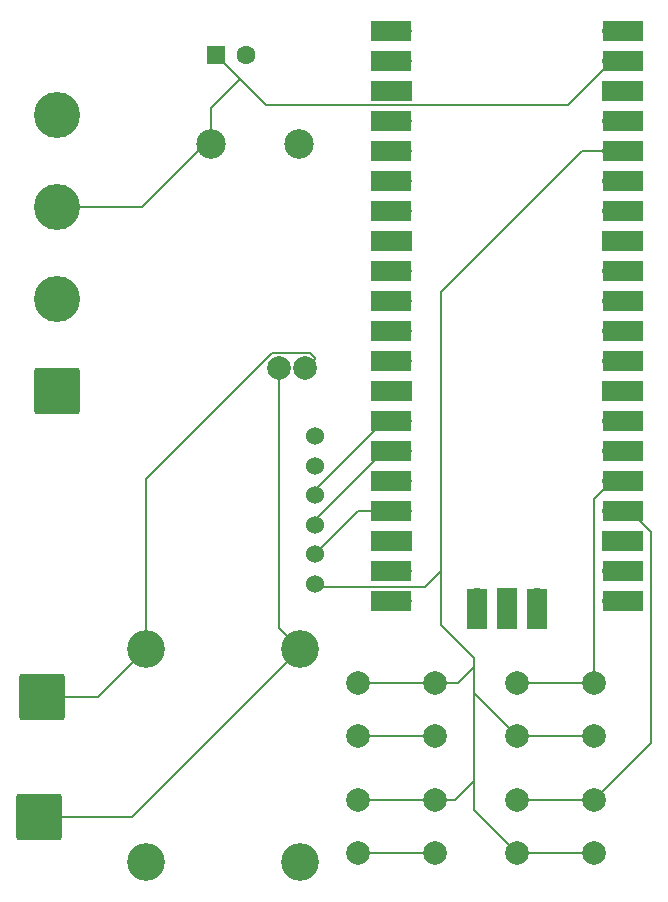
<source format=gbr>
%TF.GenerationSoftware,KiCad,Pcbnew,8.0.1*%
%TF.CreationDate,2024-06-08T21:28:11+01:00*%
%TF.ProjectId,Pico_WOL,5069636f-5f57-44f4-9c2e-6b696361645f,rev?*%
%TF.SameCoordinates,Original*%
%TF.FileFunction,Copper,L1,Top*%
%TF.FilePolarity,Positive*%
%FSLAX46Y46*%
G04 Gerber Fmt 4.6, Leading zero omitted, Abs format (unit mm)*
G04 Created by KiCad (PCBNEW 8.0.1) date 2024-06-08 21:28:11*
%MOMM*%
%LPD*%
G01*
G04 APERTURE LIST*
G04 Aperture macros list*
%AMRoundRect*
0 Rectangle with rounded corners*
0 $1 Rounding radius*
0 $2 $3 $4 $5 $6 $7 $8 $9 X,Y pos of 4 corners*
0 Add a 4 corners polygon primitive as box body*
4,1,4,$2,$3,$4,$5,$6,$7,$8,$9,$2,$3,0*
0 Add four circle primitives for the rounded corners*
1,1,$1+$1,$2,$3*
1,1,$1+$1,$4,$5*
1,1,$1+$1,$6,$7*
1,1,$1+$1,$8,$9*
0 Add four rect primitives between the rounded corners*
20,1,$1+$1,$2,$3,$4,$5,0*
20,1,$1+$1,$4,$5,$6,$7,0*
20,1,$1+$1,$6,$7,$8,$9,0*
20,1,$1+$1,$8,$9,$2,$3,0*%
G04 Aperture macros list end*
%TA.AperFunction,ComponentPad*%
%ADD10C,2.000000*%
%TD*%
%TA.AperFunction,ComponentPad*%
%ADD11C,2.500000*%
%TD*%
%TA.AperFunction,ComponentPad*%
%ADD12C,3.200000*%
%TD*%
%TA.AperFunction,ComponentPad*%
%ADD13RoundRect,0.250002X-1.699998X1.699998X-1.699998X-1.699998X1.699998X-1.699998X1.699998X1.699998X0*%
%TD*%
%TA.AperFunction,ComponentPad*%
%ADD14O,1.700000X1.700000*%
%TD*%
%TA.AperFunction,SMDPad,CuDef*%
%ADD15R,3.500000X1.700000*%
%TD*%
%TA.AperFunction,ComponentPad*%
%ADD16R,1.700000X1.700000*%
%TD*%
%TA.AperFunction,SMDPad,CuDef*%
%ADD17R,1.700000X3.500000*%
%TD*%
%TA.AperFunction,ComponentPad*%
%ADD18C,1.524000*%
%TD*%
%TA.AperFunction,ComponentPad*%
%ADD19RoundRect,0.250002X1.699998X-1.699998X1.699998X1.699998X-1.699998X1.699998X-1.699998X-1.699998X0*%
%TD*%
%TA.AperFunction,ComponentPad*%
%ADD20C,3.900000*%
%TD*%
%TA.AperFunction,ComponentPad*%
%ADD21R,1.600000X1.600000*%
%TD*%
%TA.AperFunction,ComponentPad*%
%ADD22C,1.600000*%
%TD*%
%TA.AperFunction,Conductor*%
%ADD23C,0.200000*%
%TD*%
G04 APERTURE END LIST*
D10*
%TO.P,U5,1,V_IN-*%
%TO.N,Net-(J2-Pin_1)*%
X74390000Y-115414000D03*
%TO.P,U5,2,V_IN+*%
%TO.N,Net-(J1-Pin_1)*%
X76640000Y-115414000D03*
D11*
%TO.P,U5,3,V_OUT+*%
%TO.N,Net-(J3-Pin_3)*%
X68640000Y-96414000D03*
%TO.P,U5,4,V_OUT-*%
%TO.N,GND*%
X76140000Y-96414000D03*
%TD*%
D10*
%TO.P,SW3,1,1*%
%TO.N,Net-(U1-GPIO19)*%
X94592000Y-142058000D03*
X101092000Y-142058000D03*
%TO.P,SW3,2,2*%
%TO.N,+3.3V*%
X94592000Y-146558000D03*
X101092000Y-146558000D03*
%TD*%
D12*
%TO.P,U4,1,V_IN+*%
%TO.N,unconnected-(U4-V_IN+-Pad1)*%
X63200000Y-157192000D03*
%TO.P,U4,2,V_IN-*%
%TO.N,unconnected-(U4-V_IN--Pad2)*%
X76200000Y-157192000D03*
%TO.P,U4,3,BAT+*%
%TO.N,Net-(J1-Pin_1)*%
X63200000Y-139192000D03*
%TO.P,U4,4,BAT-*%
%TO.N,Net-(J2-Pin_1)*%
X76200000Y-139192000D03*
%TD*%
D10*
%TO.P,SW4,1,1*%
%TO.N,Net-(U1-GPIO18)*%
X94592000Y-151964000D03*
X101092000Y-151964000D03*
%TO.P,SW4,2,2*%
%TO.N,+3.3V*%
X94592000Y-156464000D03*
X101092000Y-156464000D03*
%TD*%
D13*
%TO.P,J2,1,Pin_1*%
%TO.N,Net-(J2-Pin_1)*%
X54102000Y-153416000D03*
%TD*%
D14*
%TO.P,U1,1,GPIO0*%
%TO.N,unconnected-(U1-GPIO0-Pad1)*%
X84836000Y-86868000D03*
D15*
X83936000Y-86868000D03*
D14*
%TO.P,U1,2,GPIO1*%
%TO.N,unconnected-(U1-GPIO1-Pad2)*%
X84836000Y-89408000D03*
D15*
X83936000Y-89408000D03*
D16*
%TO.P,U1,3,GND*%
%TO.N,unconnected-(U1-GND-Pad3)*%
X84836000Y-91948000D03*
D15*
X83936000Y-91948000D03*
D14*
%TO.P,U1,4,GPIO2*%
%TO.N,unconnected-(U1-GPIO2-Pad4)*%
X84836000Y-94488000D03*
D15*
X83936000Y-94488000D03*
D14*
%TO.P,U1,5,GPIO3*%
%TO.N,unconnected-(U1-GPIO3-Pad5)*%
X84836000Y-97028000D03*
D15*
X83936000Y-97028000D03*
D14*
%TO.P,U1,6,GPIO4*%
%TO.N,unconnected-(U1-GPIO4-Pad6)*%
X84836000Y-99568000D03*
D15*
X83936000Y-99568000D03*
D14*
%TO.P,U1,7,GPIO5*%
%TO.N,unconnected-(U1-GPIO5-Pad7)*%
X84836000Y-102108000D03*
D15*
X83936000Y-102108000D03*
D16*
%TO.P,U1,8,GND*%
%TO.N,GND*%
X84836000Y-104648000D03*
D15*
X83936000Y-104648000D03*
D14*
%TO.P,U1,9,GPIO6*%
%TO.N,unconnected-(U1-GPIO6-Pad9)*%
X84836000Y-107188000D03*
D15*
X83936000Y-107188000D03*
D14*
%TO.P,U1,10,GPIO7*%
%TO.N,unconnected-(U1-GPIO7-Pad10)*%
X84836000Y-109728000D03*
D15*
X83936000Y-109728000D03*
D14*
%TO.P,U1,11,GPIO8*%
%TO.N,unconnected-(U1-GPIO8-Pad11)*%
X84836000Y-112268000D03*
D15*
X83936000Y-112268000D03*
D14*
%TO.P,U1,12,GPIO9*%
%TO.N,unconnected-(U1-GPIO9-Pad12)*%
X84836000Y-114808000D03*
D15*
X83936000Y-114808000D03*
D16*
%TO.P,U1,13,GND*%
%TO.N,unconnected-(U1-GND-Pad13)*%
X84836000Y-117348000D03*
D15*
X83936000Y-117348000D03*
D14*
%TO.P,U1,14,GPIO10*%
%TO.N,Net-(U1-GPIO10)*%
X84836000Y-119888000D03*
D15*
X83936000Y-119888000D03*
D14*
%TO.P,U1,15,GPIO11*%
%TO.N,Net-(U1-GPIO11)*%
X84836000Y-122428000D03*
D15*
X83936000Y-122428000D03*
D14*
%TO.P,U1,16,GPIO12*%
%TO.N,Net-(U1-GPIO12)*%
X84836000Y-124968000D03*
D15*
X83936000Y-124968000D03*
D14*
%TO.P,U1,17,GPIO13*%
%TO.N,Net-(U1-GPIO13)*%
X84836000Y-127508000D03*
D15*
X83936000Y-127508000D03*
D16*
%TO.P,U1,18,GND*%
%TO.N,unconnected-(U1-GND-Pad18)*%
X84836000Y-130048000D03*
D15*
X83936000Y-130048000D03*
D14*
%TO.P,U1,19,GPIO14*%
%TO.N,Net-(U1-GPIO14)*%
X84836000Y-132588000D03*
D15*
X83936000Y-132588000D03*
D14*
%TO.P,U1,20,GPIO15*%
%TO.N,Net-(U1-GPIO15)*%
X84836000Y-135128000D03*
D15*
X83936000Y-135128000D03*
D14*
%TO.P,U1,21,GPIO16*%
%TO.N,Net-(J3-Pin_1)*%
X102616000Y-135128000D03*
D15*
X103516000Y-135128000D03*
D14*
%TO.P,U1,22,GPIO17*%
%TO.N,Net-(J3-Pin_2)*%
X102616000Y-132588000D03*
D15*
X103516000Y-132588000D03*
D16*
%TO.P,U1,23,GND*%
%TO.N,unconnected-(U1-GND-Pad23)*%
X102616000Y-130048000D03*
D15*
X103516000Y-130048000D03*
D14*
%TO.P,U1,24,GPIO18*%
%TO.N,Net-(U1-GPIO18)*%
X102616000Y-127508000D03*
D15*
X103516000Y-127508000D03*
D14*
%TO.P,U1,25,GPIO19*%
%TO.N,Net-(U1-GPIO19)*%
X102616000Y-124968000D03*
D15*
X103516000Y-124968000D03*
D14*
%TO.P,U1,26,GPIO20*%
%TO.N,unconnected-(U1-GPIO20-Pad26)*%
X102616000Y-122428000D03*
D15*
X103516000Y-122428000D03*
D14*
%TO.P,U1,27,GPIO21*%
%TO.N,unconnected-(U1-GPIO21-Pad27)*%
X102616000Y-119888000D03*
D15*
X103516000Y-119888000D03*
D16*
%TO.P,U1,28,GND*%
%TO.N,unconnected-(U1-GND-Pad28)*%
X102616000Y-117348000D03*
D15*
X103516000Y-117348000D03*
D14*
%TO.P,U1,29,GPIO22*%
%TO.N,unconnected-(U1-GPIO22-Pad29)*%
X102616000Y-114808000D03*
D15*
X103516000Y-114808000D03*
D14*
%TO.P,U1,30,RUN*%
%TO.N,unconnected-(U1-RUN-Pad30)*%
X102616000Y-112268000D03*
D15*
X103516000Y-112268000D03*
D14*
%TO.P,U1,31,GPIO26_ADC0*%
%TO.N,unconnected-(U1-GPIO26_ADC0-Pad31)*%
X102616000Y-109728000D03*
D15*
X103516000Y-109728000D03*
D14*
%TO.P,U1,32,GPIO27_ADC1*%
%TO.N,unconnected-(U1-GPIO27_ADC1-Pad32)*%
X102616000Y-107188000D03*
D15*
X103516000Y-107188000D03*
D16*
%TO.P,U1,33,AGND*%
%TO.N,unconnected-(U1-AGND-Pad33)*%
X102616000Y-104648000D03*
D15*
X103516000Y-104648000D03*
D14*
%TO.P,U1,34,GPIO28_ADC2*%
%TO.N,unconnected-(U1-GPIO28_ADC2-Pad34)*%
X102616000Y-102108000D03*
D15*
X103516000Y-102108000D03*
D14*
%TO.P,U1,35,ADC_VREF*%
%TO.N,unconnected-(U1-ADC_VREF-Pad35)*%
X102616000Y-99568000D03*
D15*
X103516000Y-99568000D03*
D14*
%TO.P,U1,36,3V3*%
%TO.N,+3.3V*%
X102616000Y-97028000D03*
D15*
X103516000Y-97028000D03*
D14*
%TO.P,U1,37,3V3_EN*%
%TO.N,unconnected-(U1-3V3_EN-Pad37)*%
X102616000Y-94488000D03*
D15*
X103516000Y-94488000D03*
D16*
%TO.P,U1,38,GND*%
%TO.N,unconnected-(U1-GND-Pad38)*%
X102616000Y-91948000D03*
D15*
X103516000Y-91948000D03*
D14*
%TO.P,U1,39,VSYS*%
%TO.N,Net-(J3-Pin_3)*%
X102616000Y-89408000D03*
D15*
X103516000Y-89408000D03*
D14*
%TO.P,U1,40,VBUS*%
%TO.N,unconnected-(U1-VBUS-Pad40)*%
X102616000Y-86868000D03*
D15*
X103516000Y-86868000D03*
D14*
%TO.P,U1,41,SWCLK*%
%TO.N,unconnected-(U1-SWCLK-Pad41)*%
X91186000Y-134898000D03*
D17*
X91186000Y-135798000D03*
D16*
%TO.P,U1,42,GND*%
%TO.N,unconnected-(U1-GND-Pad42)*%
X93726000Y-134898000D03*
D17*
X93726000Y-135798000D03*
D14*
%TO.P,U1,43,SWDIO*%
%TO.N,unconnected-(U1-SWDIO-Pad43)*%
X96266000Y-134898000D03*
D17*
X96266000Y-135798000D03*
%TD*%
D18*
%TO.P,U2,1,GND*%
%TO.N,GND*%
X77470000Y-121158000D03*
%TO.P,U2,2,MISO*%
%TO.N,Net-(U1-GPIO12)*%
X77470000Y-123658000D03*
%TO.P,U2,3,CLK*%
%TO.N,Net-(U1-GPIO10)*%
X77470000Y-126158000D03*
%TO.P,U2,4,MOSI*%
%TO.N,Net-(U1-GPIO11)*%
X77470000Y-128658000D03*
%TO.P,U2,5,CS*%
%TO.N,Net-(U1-GPIO13)*%
X77470000Y-131158000D03*
%TO.P,U2,6,VCC*%
%TO.N,+3.3V*%
X77470000Y-133658000D03*
%TD*%
D10*
%TO.P,SW1,1,1*%
%TO.N,+3.3V*%
X81130000Y-142058000D03*
X87630000Y-142058000D03*
%TO.P,SW1,2,2*%
%TO.N,Net-(U1-GPIO14)*%
X81130000Y-146558000D03*
X87630000Y-146558000D03*
%TD*%
D19*
%TO.P,J1,1,Pin_1*%
%TO.N,Net-(J1-Pin_1)*%
X54356000Y-143256000D03*
%TD*%
D10*
%TO.P,SW2,1,1*%
%TO.N,+3.3V*%
X81130000Y-151964000D03*
X87630000Y-151964000D03*
%TO.P,SW2,2,2*%
%TO.N,Net-(U1-GPIO15)*%
X81130000Y-156464000D03*
X87630000Y-156464000D03*
%TD*%
D19*
%TO.P,J3,1,Pin_1*%
%TO.N,Net-(J3-Pin_1)*%
X55626000Y-117348000D03*
D20*
%TO.P,J3,2,Pin_2*%
%TO.N,Net-(J3-Pin_2)*%
X55626000Y-109548000D03*
%TO.P,J3,3,Pin_3*%
%TO.N,Net-(J3-Pin_3)*%
X55626000Y-101748000D03*
%TO.P,J3,4,Pin_4*%
%TO.N,GND*%
X55626000Y-93948000D03*
%TD*%
D21*
%TO.P,C1,1*%
%TO.N,Net-(J3-Pin_3)*%
X69128000Y-88900000D03*
D22*
%TO.P,C1,2*%
%TO.N,GND*%
X71628000Y-88900000D03*
%TD*%
D23*
%TO.N,+3.3V*%
X100076000Y-97028000D02*
X102616000Y-97028000D01*
X88138000Y-108966000D02*
X100076000Y-97028000D01*
X88138000Y-132588000D02*
X88138000Y-108966000D01*
%TO.N,Net-(J3-Pin_3)*%
X71140000Y-90912000D02*
X73326000Y-93098000D01*
X98926000Y-93098000D02*
X102616000Y-89408000D01*
X73326000Y-93098000D02*
X98926000Y-93098000D01*
X68640000Y-93412000D02*
X68640000Y-95906000D01*
X55626000Y-101748000D02*
X62798000Y-101748000D01*
X71140000Y-90912000D02*
X68640000Y-93412000D01*
X69128000Y-88900000D02*
X71140000Y-90912000D01*
X62798000Y-101748000D02*
X68640000Y-95906000D01*
%TO.N,Net-(U1-GPIO14)*%
X81130000Y-146558000D02*
X87630000Y-146558000D01*
%TO.N,+3.3V*%
X89590000Y-142058000D02*
X87630000Y-142058000D01*
X87630000Y-142058000D02*
X81130000Y-142058000D01*
X90932000Y-142748000D02*
X90932000Y-142898000D01*
X90424000Y-139446000D02*
X90932000Y-139954000D01*
X77790000Y-133978000D02*
X77470000Y-133658000D01*
X90932000Y-142748000D02*
X90932000Y-143510000D01*
X94592000Y-146558000D02*
X101092000Y-146558000D01*
X90932000Y-152654000D02*
X90932000Y-152804000D01*
X88138000Y-132588000D02*
X86748000Y-133978000D01*
X90932000Y-139954000D02*
X90932000Y-140716000D01*
X86748000Y-133978000D02*
X77790000Y-133978000D01*
X88138000Y-137160000D02*
X90424000Y-139446000D01*
X90932000Y-140716000D02*
X89590000Y-142058000D01*
X94592000Y-156464000D02*
X101092000Y-156464000D01*
X89336000Y-151964000D02*
X87630000Y-151964000D01*
X90932000Y-152804000D02*
X94592000Y-156464000D01*
X88138000Y-132588000D02*
X88138000Y-137160000D01*
X90932000Y-140716000D02*
X90932000Y-142748000D01*
X90932000Y-150368000D02*
X90932000Y-152654000D01*
X90932000Y-150368000D02*
X89336000Y-151964000D01*
X87630000Y-151964000D02*
X81130000Y-151964000D01*
X90932000Y-143510000D02*
X90932000Y-150368000D01*
X90932000Y-142898000D02*
X94592000Y-146558000D01*
%TO.N,Net-(U1-GPIO15)*%
X81130000Y-156464000D02*
X87630000Y-156464000D01*
%TO.N,Net-(J1-Pin_1)*%
X54356000Y-143256000D02*
X59136000Y-143256000D01*
X77470000Y-114554000D02*
X77470000Y-114641686D01*
X63200000Y-139192000D02*
X63200000Y-124765522D01*
X63200000Y-124765522D02*
X73851522Y-114114000D01*
X59136000Y-143256000D02*
X63200000Y-139192000D01*
X73851522Y-114114000D02*
X77030000Y-114114000D01*
X77470000Y-114641686D02*
X76668843Y-115442843D01*
X77030000Y-114114000D02*
X77470000Y-114554000D01*
%TO.N,Net-(J2-Pin_1)*%
X76200000Y-115346000D02*
X76640000Y-114906000D01*
X61976000Y-153416000D02*
X76200000Y-139192000D01*
X76200000Y-139192000D02*
X74390000Y-137382000D01*
X74390000Y-137382000D02*
X74390000Y-115414000D01*
X54102000Y-153416000D02*
X61976000Y-153416000D01*
%TO.N,Net-(U1-GPIO10)*%
X77470000Y-125694000D02*
X83276000Y-119888000D01*
X83276000Y-119888000D02*
X84836000Y-119888000D01*
X77470000Y-126158000D02*
X77470000Y-125694000D01*
%TO.N,Net-(U1-GPIO13)*%
X81120000Y-127508000D02*
X84836000Y-127508000D01*
X84796000Y-127548000D02*
X84836000Y-127508000D01*
X77470000Y-131158000D02*
X81120000Y-127508000D01*
%TO.N,Net-(U1-GPIO11)*%
X77470000Y-128234000D02*
X83276000Y-122428000D01*
X77470000Y-128658000D02*
X77470000Y-128234000D01*
X83276000Y-122428000D02*
X84836000Y-122428000D01*
%TO.N,Net-(U1-GPIO19)*%
X94592000Y-142058000D02*
X101092000Y-142058000D01*
X101092000Y-126492000D02*
X101092000Y-142058000D01*
X102616000Y-124968000D02*
X101092000Y-126492000D01*
%TO.N,Net-(U1-GPIO18)*%
X105948000Y-146558000D02*
X105948000Y-147108000D01*
X102616000Y-127508000D02*
X104176000Y-127508000D01*
X94592000Y-151964000D02*
X101092000Y-151964000D01*
X105948000Y-129280000D02*
X105948000Y-146558000D01*
X104176000Y-127508000D02*
X105948000Y-129280000D01*
X105948000Y-147108000D02*
X101092000Y-151964000D01*
%TD*%
M02*

</source>
